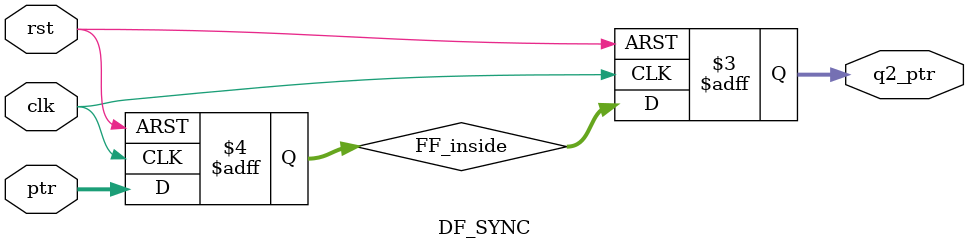
<source format=v>
module DF_SYNC #(
    parameter ADDR_WIDTH = 4
) (
    input wire [ADDR_WIDTH-1:0] ptr,
    input wire clk,
    input wire rst,
    output reg [ADDR_WIDTH-1:0] q2_ptr
);

reg [ADDR_WIDTH-1:0] FF_inside;  // First flip-flop stage

always @(posedge clk or negedge rst) begin
    if (!rst) begin  // Active low reset
        FF_inside  <= 0;
        q2_ptr <= 0;
    end else begin
        FF_inside <= ptr;   // First stage
        q2_ptr <= FF_inside;    // Second stage
    end
end

endmodule
</source>
